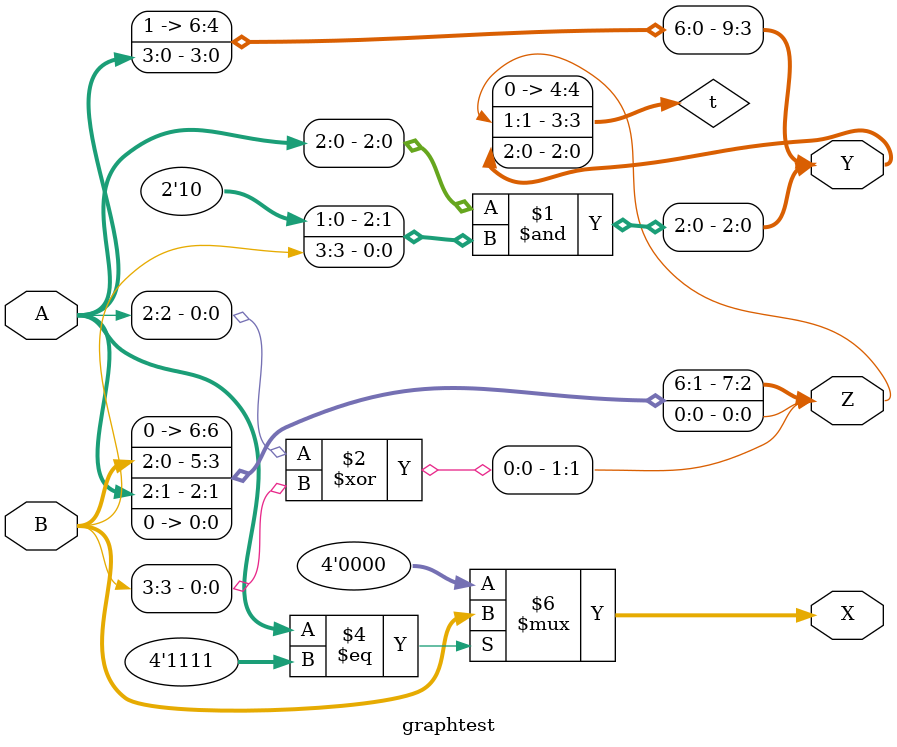
<source format=v>
module graphtest (A,B,X,Y,Z);

input      [3:0] A;
input      [3:0] B;
output reg [3:0] X;
output     [9:0] Y;
output     [7:0] Z;

wire [4:0] t;

assign t[4] = 1'b0;                      // Constant connects to wire
assign t[2:0] = A[2:0] & { 2'b10, B[3]}; // Concatenation of intermediate wire
assign t[3] = A[2] ^ B[3];               // Bitwise-XOR

// assign Y[2:0] = 3'b111;
// assign Y[6:3] = A;
// assign Y[9:7] = t[0:2];
assign Y = {3'b111, A, t[2:0]};          // Direct assignment of concatenation

assign Z[0] = 1'b0;                      // Constant connects to PO
assign Z[1] = t[3];                      // Intermediate sig connects to PO
assign Z[3:2] = A[2:1];                  // PI connects to PO
assign Z[7:4] = {1'b0, B[2:0]};          // Concat of CV and PI connect to PO

always @* begin
  if (A == 4'b1111) begin                // All-Const at port (eq)
    X = B;
  end
  else begin
    X = 4'b0000;                         // All-Const at port (mux)
  end
end

endmodule

</source>
